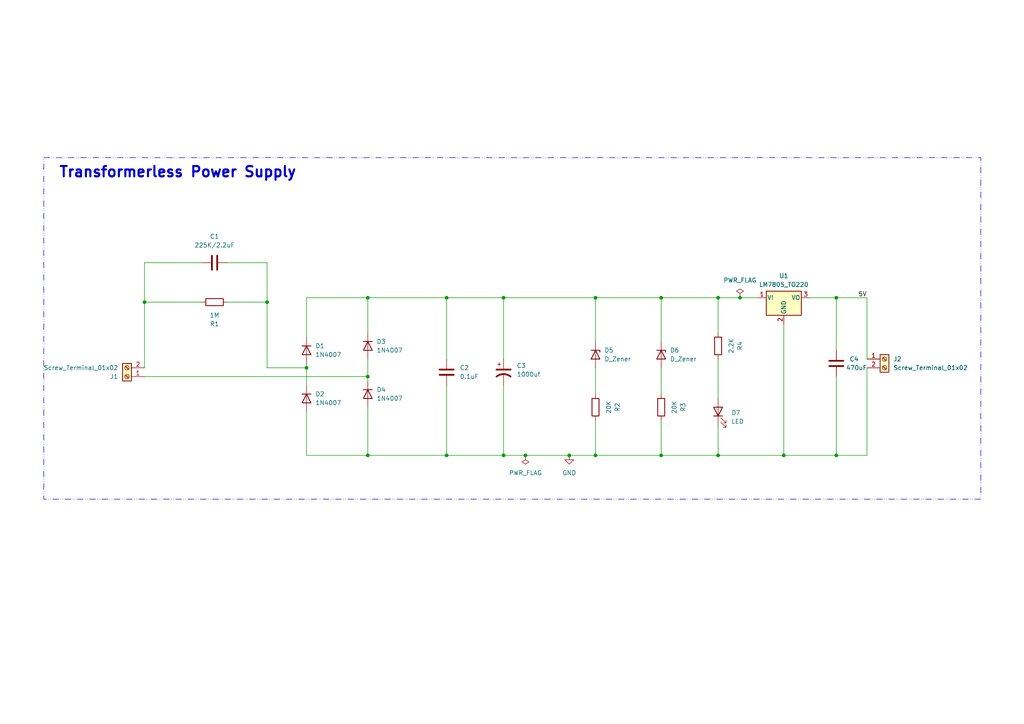
<source format=kicad_sch>
(kicad_sch (version 20231120) (generator "eeschema") (generator_version "8.0")
  (paper "A4")
  (title_block (title "Transformerless Power Supply") (date "2025-05-12") (company "Orion Space") (comment 1 "Drawn By Nawed Ahmad"))
  (lib_symbols
    (symbol "Connector:Screw_Terminal_01x02" (pin_names (offset 1.016) hide)
      (property "Reference" "J" (at 0 2.54 0))
      (property "Value" "Screw_Terminal_01x02" (at 0 -5.08 0))
      (symbol "Screw_Terminal_01x02_1_1"
        (rectangle (start -1.27 1.27) (end 1.27 -3.81) (stroke (width 0.254)) (fill (type background)))
        (circle (center 0 -2.54) (radius 0.635) (stroke (width 0.1524)))
        (polyline (pts (xy -0.5334 -2.2098) (xy 0.3302 -3.048)) (stroke (width 0.1524)))
        (polyline (pts (xy -0.5334 0.3302) (xy 0.3302 -0.508)) (stroke (width 0.1524)))
        (polyline (pts (xy -0.3556 -2.032) (xy 0.508 -2.8702)) (stroke (width 0.1524)))
        (polyline (pts (xy -0.3556 0.508) (xy 0.508 -0.3302)) (stroke (width 0.1524)))
        (circle (center 0 0) (radius 0.635) (stroke (width 0.1524)))
        (pin passive line (at -5.08 0 0) (length 3.81) (name "Pin_1") (number "1"))
        (pin passive line (at -5.08 -2.54 0) (length 3.81) (name "Pin_2") (number "2"))
      )
    )
    (symbol "Device:C" (pin_numbers hide) (pin_names (offset 0.254))
      (property "Reference" "C" (at 0.635 2.54 0))
      (property "Value" "C" (at 0.635 -2.54 0))
      (symbol "C_0_1"
        (polyline (pts (xy -2.032 -0.762) (xy 2.032 -0.762)) (stroke (width 0.508)))
        (polyline (pts (xy -2.032 0.762) (xy 2.032 0.762)) (stroke (width 0.508)))
      )
      (symbol "C_1_1"
        (pin passive line (at 0 3.81 270) (length 2.794) (name "~") (number "1"))
        (pin passive line (at 0 -3.81 90) (length 2.794) (name "~") (number "2"))
      )
    )
    (symbol "Device:C_Polarized_US" (pin_numbers hide) (pin_names (offset 0.254) hide)
      (property "Reference" "C" (at 0.635 2.54 0))
      (property "Value" "C_Polarized_US" (at 0.635 -2.54 0))
      (symbol "C_Polarized_US_0_1"
        (polyline (pts (xy -2.032 0.762) (xy 2.032 0.762)) (stroke (width 0.508)))
        (polyline (pts (xy -1.778 2.286) (xy -0.762 2.286)))
        (polyline (pts (xy -1.27 1.778) (xy -1.27 2.794)))
        (arc (start 2.032 -1.27) (mid 0 -0.5572) (end -2.032 -1.27) (stroke (width 0.508)))
      )
      (symbol "C_Polarized_US_1_1"
        (pin passive line (at 0 3.81 270) (length 2.794) (name "~") (number "1"))
        (pin passive line (at 0 -3.81 90) (length 3.302) (name "~") (number "2"))
      )
    )
    (symbol "Device:D_Zener" (pin_numbers hide) (pin_names (offset 1.016) hide)
      (property "Reference" "D" (at 0 2.54 0))
      (property "Value" "D_Zener" (at 0 -2.54 0))
      (symbol "D_Zener_0_1"
        (polyline (pts (xy 1.27 0) (xy -1.27 0)))
        (polyline (pts (xy -1.27 -1.27) (xy -1.27 1.27) (xy -0.762 1.27)) (stroke (width 0.254)))
        (polyline (pts (xy 1.27 -1.27) (xy 1.27 1.27) (xy -1.27 0) (xy 1.27 -1.27)) (stroke (width 0.254)))
      )
      (symbol "D_Zener_1_1"
        (pin passive line (at -3.81 0 0) (length 2.54) (name "K") (number "1"))
        (pin passive line (at 3.81 0 180) (length 2.54) (name "A") (number "2"))
      )
    )
    (symbol "Device:LED" (pin_numbers hide) (pin_names (offset 1.016) hide)
      (property "Reference" "D" (at 0 2.54 0))
      (property "Value" "LED" (at 0 -2.54 0))
      (symbol "LED_0_1"
        (polyline (pts (xy -1.27 -1.27) (xy -1.27 1.27)) (stroke (width 0.254)))
        (polyline (pts (xy -1.27 0) (xy 1.27 0)))
        (polyline (pts (xy 1.27 -1.27) (xy 1.27 1.27) (xy -1.27 0) (xy 1.27 -1.27)) (stroke (width 0.254)))
        (polyline (pts (xy -3.048 -0.762) (xy -4.572 -2.286) (xy -3.81 -2.286) (xy -4.572 -2.286) (xy -4.572 -1.524)))
        (polyline (pts (xy -1.778 -0.762) (xy -3.302 -2.286) (xy -2.54 -2.286) (xy -3.302 -2.286) (xy -3.302 -1.524)))
      )
      (symbol "LED_1_1"
        (pin passive line (at -3.81 0 0) (length 2.54) (name "K") (number "1"))
        (pin passive line (at 3.81 0 180) (length 2.54) (name "A") (number "2"))
      )
    )
    (symbol "Device:R" (pin_numbers hide) (pin_names (offset 0))
      (property "Reference" "R" (at 2.032 0 90))
      (property "Value" "R" (at 0 0 90))
      (symbol "R_0_1"
        (rectangle (start -1.016 -2.54) (end 1.016 2.54) (stroke (width 0.254)))
      )
      (symbol "R_1_1"
        (pin passive line (at 0 3.81 270) (length 1.27) (name "~") (number "1"))
        (pin passive line (at 0 -3.81 90) (length 1.27) (name "~") (number "2"))
      )
    )
    (symbol "Diode:1N4007" (pin_numbers hide) (pin_names hide)
      (property "Reference" "D" (at 0 2.54 0))
      (property "Value" "1N4007" (at 0 -2.54 0))
      (symbol "1N4007_0_1"
        (polyline (pts (xy -1.27 1.27) (xy -1.27 -1.27)) (stroke (width 0.254)))
        (polyline (pts (xy 1.27 0) (xy -1.27 0)))
        (polyline (pts (xy 1.27 1.27) (xy 1.27 -1.27) (xy -1.27 0) (xy 1.27 1.27)) (stroke (width 0.254)))
      )
      (symbol "1N4007_1_1"
        (pin passive line (at -3.81 0 0) (length 2.54) (name "K") (number "1"))
        (pin passive line (at 3.81 0 180) (length 2.54) (name "A") (number "2"))
      )
    )
    (symbol "Regulator_Linear:LM7805_TO220" (pin_names (offset 0.254))
      (property "Reference" "U" (at -3.81 3.175 0))
      (property "Value" "LM7805_TO220" (at 0 3.175 0))
      (symbol "LM7805_TO220_0_1"
        (rectangle (start -5.08 1.905) (end 5.08 -5.08) (stroke (width 0.254)) (fill (type background)))
      )
      (symbol "LM7805_TO220_1_1"
        (pin power_in line (at -7.62 0 0) (length 2.54) (name "VI") (number "1"))
        (pin power_in line (at 0 -7.62 90) (length 2.54) (name "GND") (number "2"))
        (pin power_out line (at 7.62 0 180) (length 2.54) (name "VO") (number "3"))
      )
    )
    (symbol "power:GND" (power) (pin_numbers hide) (pin_names (offset 0) hide)
      (property "Value" "GND" (at 0 -3.81 0))
      (symbol "GND_0_1"
        (polyline (pts (xy 0 0) (xy 0 -1.27) (xy 1.27 -1.27) (xy 0 -2.54) (xy -1.27 -1.27) (xy 0 -1.27)))
      )
      (symbol "GND_1_1"
        (pin power_in line (at 0 0 270) (length 0) (name "~") (number "1"))
      )
    )
    (symbol "power:PWR_FLAG" (power) (pin_numbers hide) (pin_names (offset 0) hide)
      (property "Value" "PWR_FLAG" (at 0 3.81 0))
      (symbol "PWR_FLAG_0_0"
        (pin power_out line (at 0 0 90) (length 0) (name "~") (number "1"))
      )
      (symbol "PWR_FLAG_0_1"
        (polyline (pts (xy 0 0) (xy 0 1.27) (xy -1.016 1.905) (xy 0 2.54) (xy 1.016 1.905) (xy 0 1.27)))
      )
    )
  )
  (junction (at 191.77 86.36))
  (junction (at 214.63 86.36))
  (junction (at 77.47 87.63))
  (junction (at 191.77 132.08))
  (junction (at 152.4 132.08))
  (junction (at 227.33 132.08))
  (junction (at 242.57 132.08))
  (junction (at 146.05 86.36))
  (junction (at 129.54 132.08))
  (junction (at 242.57 86.36))
  (junction (at 129.54 86.36))
  (junction (at 208.28 86.36))
  (junction (at 165.1 132.08))
  (junction (at 106.68 132.08))
  (junction (at 172.72 132.08))
  (junction (at 208.28 132.08))
  (junction (at 172.72 86.36))
  (junction (at 41.91 87.63))
  (junction (at 88.9 106.68))
  (junction (at 106.68 86.36))
  (junction (at 106.68 109.22))
  (junction (at 146.05 132.08))
  (wire (pts (xy 191.77 86.36) (xy 208.28 86.36)))
  (wire (pts (xy 172.72 121.92) (xy 172.72 132.08)))
  (wire (pts (xy 242.57 132.08) (xy 227.33 132.08)))
  (wire (pts (xy 41.91 76.2) (xy 58.42 76.2)))
  (wire (pts (xy 191.77 106.68) (xy 191.77 114.3)))
  (wire (pts (xy 129.54 132.08) (xy 129.54 111.76)))
  (wire (pts (xy 41.91 109.22) (xy 106.68 109.22)))
  (wire (pts (xy 41.91 106.68) (xy 41.91 87.63)))
  (wire (pts (xy 242.57 109.22) (xy 242.57 132.08)))
  (wire (pts (xy 214.63 86.36) (xy 219.71 86.36)))
  (wire (pts (xy 129.54 86.36) (xy 129.54 104.14)))
  (wire (pts (xy 242.57 86.36) (xy 242.57 101.6)))
  (wire (pts (xy 106.68 86.36) (xy 129.54 86.36)))
  (wire (pts (xy 66.04 87.63) (xy 77.47 87.63)))
  (wire (pts (xy 106.68 132.08) (xy 106.68 118.11)))
  (wire (pts (xy 106.68 104.14) (xy 106.68 109.22)))
  (wire (pts (xy 129.54 86.36) (xy 146.05 86.36)))
  (wire (pts (xy 152.4 132.08) (xy 146.05 132.08)))
  (wire (pts (xy 227.33 93.98) (xy 227.33 132.08)))
  (wire (pts (xy 77.47 106.68) (xy 88.9 106.68)))
  (wire (pts (xy 88.9 106.68) (xy 88.9 111.76)))
  (wire (pts (xy 106.68 109.22) (xy 106.68 110.49)))
  (wire (pts (xy 227.33 132.08) (xy 208.28 132.08)))
  (wire (pts (xy 146.05 111.76) (xy 146.05 132.08)))
  (wire (pts (xy 146.05 86.36) (xy 172.72 86.36)))
  (wire (pts (xy 172.72 132.08) (xy 165.1 132.08)))
  (wire (pts (xy 88.9 86.36) (xy 106.68 86.36)))
  (wire (pts (xy 191.77 132.08) (xy 208.28 132.08)))
  (wire (pts (xy 208.28 86.36) (xy 208.28 96.52)))
  (wire (pts (xy 66.04 76.2) (xy 77.47 76.2)))
  (wire (pts (xy 172.72 86.36) (xy 191.77 86.36)))
  (wire (pts (xy 165.1 132.08) (xy 152.4 132.08)))
  (wire (pts (xy 77.47 76.2) (xy 77.47 87.63)))
  (wire (pts (xy 208.28 86.36) (xy 214.63 86.36)))
  (wire (pts (xy 251.46 86.36) (xy 251.46 104.14)))
  (wire (pts (xy 191.77 121.92) (xy 191.77 132.08)))
  (wire (pts (xy 146.05 132.08) (xy 129.54 132.08)))
  (wire (pts (xy 88.9 119.38) (xy 88.9 132.08)))
  (wire (pts (xy 41.91 87.63) (xy 58.42 87.63)))
  (wire (pts (xy 88.9 105.41) (xy 88.9 106.68)))
  (wire (pts (xy 77.47 87.63) (xy 77.47 106.68)))
  (wire (pts (xy 234.95 86.36) (xy 242.57 86.36)))
  (wire (pts (xy 251.46 132.08) (xy 242.57 132.08)))
  (wire (pts (xy 172.72 106.68) (xy 172.72 114.3)))
  (wire (pts (xy 88.9 97.79) (xy 88.9 86.36)))
  (wire (pts (xy 88.9 132.08) (xy 106.68 132.08)))
  (wire (pts (xy 106.68 86.36) (xy 106.68 96.52)))
  (wire (pts (xy 146.05 86.36) (xy 146.05 104.14)))
  (wire (pts (xy 251.46 106.68) (xy 251.46 132.08)))
  (wire (pts (xy 208.28 104.14) (xy 208.28 115.57)))
  (wire (pts (xy 208.28 123.19) (xy 208.28 132.08)))
  (wire (pts (xy 191.77 86.36) (xy 191.77 99.06)))
  (wire (pts (xy 106.68 132.08) (xy 129.54 132.08)))
  (wire (pts (xy 242.57 86.36) (xy 251.46 86.36)))
  (wire (pts (xy 172.72 132.08) (xy 191.77 132.08)))
  (wire (pts (xy 41.91 87.63) (xy 41.91 76.2)))
  (wire (pts (xy 172.72 86.36) (xy 172.72 99.06)))
  (rectangle (start 12.7 45.72) (end 284.48 144.78) (stroke (width 0) (type dash_dot_dot)))
  (text "Transformerless Power Supply" (at 51.562 50.038 0) (effects (font (size 3 3) (thickness 0.6) (bold yes))))
  (label "5V" (at 248.92 86.36 0))
  (symbol (lib_id "power:PWR_FLAG") (at 152.4 132.08 180) (unit 1)
    (property "Reference" "#FLG01" (effects (hide yes)))
    (property "Value" "PWR_FLAG" (at 152.4 137.16 0))
    (property "Description" "Special symbol for telling ERC where power comes from" (effects (hide yes)))
  )
  (symbol (lib_id "Device:D_Zener") (at 191.77 102.87 270) (unit 1)
    (property "Reference" "D6" (at 194.31 101.5999 90) (effects (justify left)))
    (property "Value" "D_Zener" (at 194.31 104.1399 90) (effects (justify left)))
    (property "Footprint" "Diode_THT:D_A-405_P7.62mm_Horizontal" (effects (hide yes)))
    (property "Description" "Zener diode" (effects (hide yes)))
  )
  (symbol (lib_id "Device:R") (at 191.77 118.11 0) (mirror y) (unit 1)
    (property "Reference" "R3" (at 198.12 118.11 90))
    (property "Value" "20K" (at 195.58 118.11 90))
    (property "Footprint" "Resistor_THT:R_Axial_DIN0207_L6.3mm_D2.5mm_P7.62mm_Horizontal" (effects (hide yes)))
    (property "Description" "Resistor" (effects (hide yes)))
  )
  (symbol (lib_id "Diode:1N4007") (at 106.68 114.3 270) (unit 1)
    (property "Reference" "D4" (at 109.22 113.0299 90) (effects (justify left)))
    (property "Value" "1N4007" (at 109.22 115.5699 90) (effects (justify left)))
    (property "Footprint" "Diode_THT:D_DO-41_SOD81_P10.16mm_Horizontal" (effects (hide yes)))
    (property "Datasheet" "http://www.vishay.com/docs/88503/1n4001.pdf" (effects (hide yes)))
    (property "Description" "1000V 1A General Purpose Rectifier Diode, DO-41" (effects (hide yes)))
    (property "Sim.Device" "D" (effects (hide yes)))
    (property "Sim.Pins" "1=K 2=A" (effects (hide yes)))
  )
  (symbol (lib_id "Device:C_Polarized_US") (at 146.05 107.95 0) (unit 1)
    (property "Reference" "C3" (at 149.86 106.0449 0) (effects (justify left)))
    (property "Value" "1000uf" (at 149.86 108.5849 0) (effects (justify left)))
    (property "Footprint" "Capacitor_THT:CP_Radial_D10.0mm_P3.80mm" (effects (hide yes)))
    (property "Description" "Polarized capacitor, US symbol" (effects (hide yes)))
  )
  (symbol (lib_id "Device:D_Zener") (at 172.72 102.87 270) (unit 1)
    (property "Reference" "D5" (at 175.26 101.5999 90) (effects (justify left)))
    (property "Value" "D_Zener" (at 175.26 104.1399 90) (effects (justify left)))
    (property "Footprint" "Diode_THT:D_A-405_P7.62mm_Horizontal" (effects (hide yes)))
    (property "Description" "Zener diode" (effects (hide yes)))
  )
  (symbol (lib_id "Diode:1N4007") (at 106.68 100.33 270) (unit 1)
    (property "Reference" "D3" (at 109.22 99.0599 90) (effects (justify left)))
    (property "Value" "1N4007" (at 109.22 101.5999 90) (effects (justify left)))
    (property "Footprint" "Diode_THT:D_DO-41_SOD81_P10.16mm_Horizontal" (effects (hide yes)))
    (property "Datasheet" "http://www.vishay.com/docs/88503/1n4001.pdf" (effects (hide yes)))
    (property "Description" "1000V 1A General Purpose Rectifier Diode, DO-41" (effects (hide yes)))
    (property "Sim.Device" "D" (effects (hide yes)))
    (property "Sim.Pins" "1=K 2=A" (effects (hide yes)))
  )
  (symbol (lib_id "power:GND") (at 165.1 132.08 0) (unit 1)
    (property "Reference" "#PWR01" (effects (hide yes)))
    (property "Value" "GND" (at 165.1 137.16 0))
    (property "Description" "Power symbol creates a global label with name \"GND\" , ground" (effects (hide yes)))
  )
  (symbol (lib_id "Device:R") (at 172.72 118.11 0) (mirror y) (unit 1)
    (property "Reference" "R2" (at 179.07 118.11 90))
    (property "Value" "20K" (at 176.53 118.11 90))
    (property "Footprint" "Resistor_THT:R_Axial_DIN0207_L6.3mm_D2.5mm_P7.62mm_Horizontal" (effects (hide yes)))
    (property "Description" "Resistor" (effects (hide yes)))
  )
  (symbol (lib_id "Device:R") (at 62.23 87.63 270) (mirror x) (unit 1)
    (property "Reference" "R1" (at 62.23 93.98 90))
    (property "Value" "1M" (at 62.23 91.44 90))
    (property "Footprint" "Resistor_THT:R_Axial_DIN0207_L6.3mm_D2.5mm_P7.62mm_Horizontal" (effects (hide yes)))
    (property "Description" "Resistor" (effects (hide yes)))
  )
  (symbol (lib_id "Device:C") (at 242.57 105.41 0) (unit 1)
    (property "Reference" "C4" (at 246.38 104.1399 0) (effects (justify left)))
    (property "Value" "470uF" (at 245.364 106.68 0) (effects (justify left)))
    (property "Footprint" "Capacitor_THT:C_Rect_L18.0mm_W6.0mm_P15.00mm_FKS3_FKP3" (effects (hide yes)))
    (property "Description" "Unpolarized capacitor" (effects (hide yes)))
  )
  (symbol (lib_id "power:PWR_FLAG") (at 214.63 86.36 0) (unit 1)
    (property "Reference" "#FLG02" (effects (hide yes)))
    (property "Value" "PWR_FLAG" (at 214.63 81.28 0))
    (property "Description" "Special symbol for telling ERC where power comes from" (effects (hide yes)))
  )
  (symbol (lib_id "Device:LED") (at 208.28 119.38 90) (unit 1)
    (property "Reference" "D7" (at 212.09 119.6974 90) (effects (justify right)))
    (property "Value" "LED" (at 212.09 122.2374 90) (effects (justify right)))
    (property "Footprint" "LED_THT:LED_D5.0mm" (effects (hide yes)))
    (property "Description" "Light emitting diode" (effects (hide yes)))
  )
  (symbol (lib_id "Diode:1N4007") (at 88.9 115.57 270) (unit 1)
    (property "Reference" "D2" (at 91.44 114.2999 90) (effects (justify left)))
    (property "Value" "1N4007" (at 91.44 116.8399 90) (effects (justify left)))
    (property "Footprint" "Diode_THT:D_DO-41_SOD81_P10.16mm_Horizontal" (effects (hide yes)))
    (property "Datasheet" "http://www.vishay.com/docs/88503/1n4001.pdf" (effects (hide yes)))
    (property "Description" "1000V 1A General Purpose Rectifier Diode, DO-41" (effects (hide yes)))
    (property "Sim.Device" "D" (effects (hide yes)))
    (property "Sim.Pins" "1=K 2=A" (effects (hide yes)))
  )
  (symbol (lib_id "Device:C") (at 129.54 107.95 0) (unit 1)
    (property "Reference" "C2" (at 133.35 106.6799 0) (effects (justify left)))
    (property "Value" "0.1uF" (at 133.35 109.2199 0) (effects (justify left)))
    (property "Footprint" "Capacitor_THT:CP_Radial_D10.0mm_P5.00mm" (effects (hide yes)))
    (property "Description" "Unpolarized capacitor" (effects (hide yes)))
  )
  (symbol (lib_id "Device:C") (at 62.23 76.2 90) (unit 1)
    (property "Reference" "C1" (at 62.23 68.58 90))
    (property "Value" "225K/2.2uF" (at 62.23 71.12 90))
    (property "Footprint" "Capacitor_THT:C_Disc_D4.7mm_W2.5mm_P5.00mm" (effects (hide yes)))
    (property "Description" "Unpolarized capacitor" (effects (hide yes)))
  )
  (symbol (lib_id "Connector:Screw_Terminal_01x02") (at 256.54 104.14 0) (unit 1)
    (property "Reference" "J2" (at 259.08 104.1399 0) (effects (justify left)))
    (property "Value" "Screw_Terminal_01x02" (at 259.08 106.6799 0) (effects (justify left)))
    (property "Footprint" "TerminalBlock:TerminalBlock_bornier-2_P5.08mm" (effects (hide yes)))
    (property "Description" "Generic screw terminal, single row, 01x02, script generated (kicad-library-utils/schlib/autogen/connector/)" (effects (hide yes)))
  )
  (symbol (lib_id "Regulator_Linear:LM7805_TO220") (at 227.33 86.36 0) (unit 1)
    (property "Reference" "U1" (at 227.33 80.01 0))
    (property "Value" "LM7805_TO220" (at 227.33 82.55 0))
    (property "Footprint" "Package_TO_SOT_THT:TO-220-3_Vertical" (effects (hide yes)))
    (property "Datasheet" "https://www.onsemi.cn/PowerSolutions/document/MC7800-D.PDF" (effects (hide yes)))
    (property "Description" "Positive 1A 35V Linear Regulator, Fixed Output 5V, TO-220" (effects (hide yes)))
  )
  (symbol (lib_id "Device:R") (at 208.28 100.33 0) (mirror y) (unit 1)
    (property "Reference" "R4" (at 214.63 100.33 90))
    (property "Value" "2.2K" (at 212.09 100.33 90))
    (property "Footprint" "Resistor_THT:R_Axial_DIN0207_L6.3mm_D2.5mm_P7.62mm_Horizontal" (effects (hide yes)))
    (property "Description" "Resistor" (effects (hide yes)))
  )
  (symbol (lib_id "Diode:1N4007") (at 88.9 101.6 270) (unit 1)
    (property "Reference" "D1" (at 91.44 100.3299 90) (effects (justify left)))
    (property "Value" "1N4007" (at 91.44 102.8699 90) (effects (justify left)))
    (property "Footprint" "Diode_THT:D_DO-41_SOD81_P10.16mm_Horizontal" (effects (hide yes)))
    (property "Datasheet" "http://www.vishay.com/docs/88503/1n4001.pdf" (effects (hide yes)))
    (property "Description" "1000V 1A General Purpose Rectifier Diode, DO-41" (effects (hide yes)))
    (property "Sim.Device" "D" (effects (hide yes)))
    (property "Sim.Pins" "1=K 2=A" (effects (hide yes)))
  )
  (symbol (lib_id "Connector:Screw_Terminal_01x02") (at 36.83 109.22 180) (unit 1)
    (property "Reference" "J1" (at 34.29 109.2201 0) (effects (justify left)))
    (property "Value" "Screw_Terminal_01x02" (at 34.29 106.6801 0) (effects (justify left)))
    (property "Footprint" "TerminalBlock:TerminalBlock_bornier-2_P5.08mm" (effects (hide yes)))
    (property "Description" "Generic screw terminal, single row, 01x02, script generated (kicad-library-utils/schlib/autogen/connector/)" (effects (hide yes)))
  )
)
</source>
